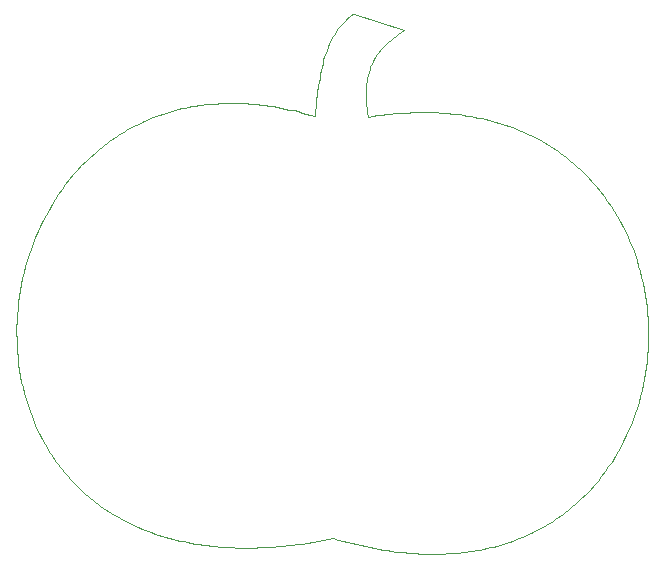
<source format=gbr>
G04 #@! TF.GenerationSoftware,KiCad,Pcbnew,(5.99.0-3978-g0efe073de)*
G04 #@! TF.CreationDate,2020-10-25T12:36:59-05:00*
G04 #@! TF.ProjectId,gtb-pumpkin,6774622d-7075-46d7-906b-696e2e6b6963,rev?*
G04 #@! TF.SameCoordinates,Original*
G04 #@! TF.FileFunction,Profile,NP*
%FSLAX46Y46*%
G04 Gerber Fmt 4.6, Leading zero omitted, Abs format (unit mm)*
G04 Created by KiCad (PCBNEW (5.99.0-3978-g0efe073de)) date 2020-10-25 12:36:59*
%MOMM*%
%LPD*%
G01*
G04 APERTURE LIST*
G04 #@! TA.AperFunction,Profile*
%ADD10C,0.100000*%
G04 #@! TD*
G04 APERTURE END LIST*
D10*
X180603689Y-97595121D02*
X180603689Y-97595121D01*
X180603689Y-97596154D02*
X180603689Y-97595121D01*
X184800333Y-98995036D02*
X180603689Y-97596154D01*
X184558492Y-99156588D02*
X184800333Y-98995036D01*
X184326078Y-99318695D02*
X184558492Y-99156588D01*
X184103096Y-99481735D02*
X184326078Y-99318695D01*
X183889550Y-99646089D02*
X184103096Y-99481735D01*
X183685444Y-99812137D02*
X183889550Y-99646089D01*
X183490783Y-99980258D02*
X183685444Y-99812137D01*
X183305572Y-100150834D02*
X183490783Y-99980258D01*
X183129815Y-100324243D02*
X183305572Y-100150834D01*
X182963517Y-100500867D02*
X183129815Y-100324243D01*
X182806682Y-100681084D02*
X182963517Y-100500867D01*
X182659315Y-100865276D02*
X182806682Y-100681084D01*
X182521420Y-101053821D02*
X182659315Y-100865276D01*
X182393002Y-101247100D02*
X182521420Y-101053821D01*
X182274065Y-101445494D02*
X182393002Y-101247100D01*
X182164615Y-101649381D02*
X182274065Y-101445494D01*
X182064654Y-101859143D02*
X182164615Y-101649381D01*
X181974189Y-102075158D02*
X182064654Y-101859143D01*
X181893223Y-102297808D02*
X181974189Y-102075158D01*
X181821761Y-102527472D02*
X181893223Y-102297808D01*
X181759808Y-102764531D02*
X181821761Y-102527472D01*
X181707368Y-103009363D02*
X181759808Y-102764531D01*
X181664446Y-103262350D02*
X181707368Y-103009363D01*
X181631045Y-103523871D02*
X181664446Y-103262350D01*
X181607172Y-103794306D02*
X181631045Y-103523871D01*
X181592830Y-104074035D02*
X181607172Y-103794306D01*
X181588023Y-104363439D02*
X181592830Y-104074035D01*
X181592757Y-104662897D02*
X181588023Y-104363439D01*
X181607036Y-104972790D02*
X181592757Y-104662897D01*
X181630864Y-105293497D02*
X181607036Y-104972790D01*
X181664246Y-105625399D02*
X181630864Y-105293497D01*
X181707187Y-105968875D02*
X181664246Y-105625399D01*
X181759691Y-106324305D02*
X181707187Y-105968875D01*
X182146858Y-106264970D02*
X181759691Y-106324305D01*
X182530784Y-106210752D02*
X182146858Y-106264970D01*
X182911470Y-106161610D02*
X182530784Y-106210752D01*
X183288918Y-106117502D02*
X182911470Y-106161610D01*
X183663130Y-106078385D02*
X183288918Y-106117502D01*
X184034105Y-106044218D02*
X183663130Y-106078385D01*
X184401847Y-106014958D02*
X184034105Y-106044218D01*
X184766356Y-105990564D02*
X184401847Y-106014958D01*
X185127633Y-105970994D02*
X184766356Y-105990564D01*
X185485681Y-105956205D02*
X185127633Y-105970994D01*
X185840499Y-105946155D02*
X185485681Y-105956205D01*
X186192090Y-105940802D02*
X185840499Y-105946155D01*
X186540455Y-105940105D02*
X186192090Y-105940802D01*
X186885596Y-105944021D02*
X186540455Y-105940105D01*
X187227513Y-105952509D02*
X186885596Y-105944021D01*
X187566208Y-105965526D02*
X187227513Y-105952509D01*
X187901683Y-105983029D02*
X187566208Y-105965526D01*
X188233938Y-106004979D02*
X187901683Y-105983029D01*
X188562976Y-106031331D02*
X188233938Y-106004979D01*
X188888797Y-106062044D02*
X188562976Y-106031331D01*
X189211403Y-106097076D02*
X188888797Y-106062044D01*
X189530795Y-106136385D02*
X189211403Y-106097076D01*
X189846974Y-106179930D02*
X189530795Y-106136385D01*
X190159943Y-106227667D02*
X189846974Y-106179930D01*
X190469702Y-106279555D02*
X190159943Y-106227667D01*
X190776252Y-106335552D02*
X190469702Y-106279555D01*
X191079595Y-106395616D02*
X190776252Y-106335552D01*
X191379733Y-106459704D02*
X191079595Y-106395616D01*
X191676667Y-106527776D02*
X191379733Y-106459704D01*
X191970397Y-106599788D02*
X191676667Y-106527776D01*
X192260926Y-106675698D02*
X191970397Y-106599788D01*
X192548255Y-106755466D02*
X192260926Y-106675698D01*
X192832384Y-106839048D02*
X192548255Y-106755466D01*
X193113317Y-106926403D02*
X192832384Y-106839048D01*
X193391053Y-107017488D02*
X193113317Y-106926403D01*
X193665594Y-107112261D02*
X193391053Y-107017488D01*
X193936942Y-107210682D02*
X193665594Y-107112261D01*
X194205098Y-107312706D02*
X193936942Y-107210682D01*
X194470063Y-107418293D02*
X194205098Y-107312706D01*
X194731839Y-107527401D02*
X194470063Y-107418293D01*
X194990426Y-107639987D02*
X194731839Y-107527401D01*
X195245827Y-107756009D02*
X194990426Y-107639987D01*
X195498043Y-107875425D02*
X195245827Y-107756009D01*
X195747075Y-107998193D02*
X195498043Y-107875425D01*
X195992924Y-108124272D02*
X195747075Y-107998193D01*
X196235592Y-108253619D02*
X195992924Y-108124272D01*
X196475080Y-108386192D02*
X196235592Y-108253619D01*
X196711390Y-108521949D02*
X196475080Y-108386192D01*
X196944522Y-108660849D02*
X196711390Y-108521949D01*
X197174479Y-108802848D02*
X196944522Y-108660849D01*
X197401261Y-108947905D02*
X197174479Y-108802848D01*
X197624870Y-109095978D02*
X197401261Y-108947905D01*
X197845307Y-109247025D02*
X197624870Y-109095978D01*
X198062574Y-109401004D02*
X197845307Y-109247025D01*
X198276672Y-109557873D02*
X198062574Y-109401004D01*
X198487603Y-109717590D02*
X198276672Y-109557873D01*
X198695367Y-109880112D02*
X198487603Y-109717590D01*
X198899966Y-110045399D02*
X198695367Y-109880112D01*
X199101401Y-110213406D02*
X198899966Y-110045399D01*
X199299675Y-110384094D02*
X199101401Y-110213406D01*
X199494787Y-110557419D02*
X199299675Y-110384094D01*
X199686740Y-110733340D02*
X199494787Y-110557419D01*
X199875535Y-110911814D02*
X199686740Y-110733340D01*
X200061173Y-111092800D02*
X199875535Y-110911814D01*
X200422984Y-111462139D02*
X200061173Y-111092800D01*
X200772184Y-111841018D02*
X200422984Y-111462139D01*
X201108784Y-112229104D02*
X200772184Y-111841018D01*
X201432795Y-112626058D02*
X201108784Y-112229104D01*
X201744228Y-113031546D02*
X201432795Y-112626058D01*
X202043093Y-113445230D02*
X201744228Y-113031546D01*
X202329402Y-113866774D02*
X202043093Y-113445230D01*
X202603165Y-114295842D02*
X202329402Y-113866774D01*
X202864393Y-114732098D02*
X202603165Y-114295842D01*
X203113097Y-115175206D02*
X202864393Y-114732098D01*
X203349288Y-115624828D02*
X203113097Y-115175206D01*
X203572977Y-116080630D02*
X203349288Y-115624828D01*
X203784174Y-116542274D02*
X203572977Y-116080630D01*
X203982891Y-117009424D02*
X203784174Y-116542274D01*
X204169138Y-117481745D02*
X203982891Y-117009424D01*
X204342926Y-117958899D02*
X204169138Y-117481745D01*
X204504266Y-118440551D02*
X204342926Y-117958899D01*
X204653169Y-118926364D02*
X204504266Y-118440551D01*
X204789645Y-119416001D02*
X204653169Y-118926364D01*
X204913707Y-119909128D02*
X204789645Y-119416001D01*
X205025363Y-120405407D02*
X204913707Y-119909128D01*
X205124626Y-120904502D02*
X205025363Y-120405407D01*
X205211507Y-121406076D02*
X205124626Y-120904502D01*
X205286015Y-121909794D02*
X205211507Y-121406076D01*
X205348162Y-122415320D02*
X205286015Y-121909794D01*
X205397959Y-122922316D02*
X205348162Y-122415320D01*
X205435416Y-123430447D02*
X205397959Y-122922316D01*
X205460545Y-123939377D02*
X205435416Y-123430447D01*
X205473356Y-124448768D02*
X205460545Y-123939377D01*
X205473861Y-124958286D02*
X205473356Y-124448768D01*
X205462069Y-125467592D02*
X205473861Y-124958286D01*
X205437993Y-125976353D02*
X205462069Y-125467592D01*
X205401642Y-126484230D02*
X205437993Y-125976353D01*
X205353028Y-126990888D02*
X205401642Y-126484230D01*
X205292161Y-127495990D02*
X205353028Y-126990888D01*
X205219052Y-127999200D02*
X205292161Y-127495990D01*
X205133713Y-128500182D02*
X205219052Y-127999200D01*
X205036154Y-128998600D02*
X205133713Y-128500182D01*
X204926386Y-129494117D02*
X205036154Y-128998600D01*
X204804419Y-129986397D02*
X204926386Y-129494117D01*
X204670265Y-130475104D02*
X204804419Y-129986397D01*
X204523935Y-130959901D02*
X204670265Y-130475104D01*
X204365439Y-131440453D02*
X204523935Y-130959901D01*
X204194788Y-131916422D02*
X204365439Y-131440453D01*
X204011993Y-132387473D02*
X204194788Y-131916422D01*
X203817066Y-132853269D02*
X204011993Y-132387473D01*
X203610016Y-133313474D02*
X203817066Y-132853269D01*
X203390854Y-133767752D02*
X203610016Y-133313474D01*
X203159592Y-134215766D02*
X203390854Y-133767752D01*
X202916241Y-134657181D02*
X203159592Y-134215766D01*
X202660811Y-135091660D02*
X202916241Y-134657181D01*
X202393312Y-135518866D02*
X202660811Y-135091660D01*
X202113757Y-135938463D02*
X202393312Y-135518866D01*
X201822156Y-136350116D02*
X202113757Y-135938463D01*
X201518519Y-136753487D02*
X201822156Y-136350116D01*
X201202858Y-137148241D02*
X201518519Y-136753487D01*
X200875183Y-137534041D02*
X201202858Y-137148241D01*
X200535505Y-137910551D02*
X200875183Y-137534041D01*
X200183836Y-138277435D02*
X200535505Y-137910551D01*
X199820185Y-138634356D02*
X200183836Y-138277435D01*
X199444565Y-138980978D02*
X199820185Y-138634356D01*
X199252269Y-139150322D02*
X199444565Y-138980978D01*
X199056985Y-139316965D02*
X199252269Y-139150322D01*
X198858713Y-139480865D02*
X199056985Y-139316965D01*
X198657456Y-139641980D02*
X198858713Y-139480865D01*
X198453215Y-139800269D02*
X198657456Y-139641980D01*
X198245990Y-139955688D02*
X198453215Y-139800269D01*
X198035784Y-140108196D02*
X198245990Y-139955688D01*
X197822597Y-140257752D02*
X198035784Y-140108196D01*
X197606432Y-140404312D02*
X197822597Y-140257752D01*
X197387289Y-140547835D02*
X197606432Y-140404312D01*
X197165169Y-140688279D02*
X197387289Y-140547835D01*
X196940075Y-140825602D02*
X197165169Y-140688279D01*
X196712007Y-140959761D02*
X196940075Y-140825602D01*
X196480967Y-141090716D02*
X196712007Y-140959761D01*
X196246956Y-141218423D02*
X196480967Y-141090716D01*
X196009976Y-141342840D02*
X196246956Y-141218423D01*
X195770027Y-141463927D02*
X196009976Y-141342840D01*
X195527112Y-141581640D02*
X195770027Y-141463927D01*
X195281232Y-141695937D02*
X195527112Y-141581640D01*
X195032387Y-141806777D02*
X195281232Y-141695937D01*
X194780580Y-141914118D02*
X195032387Y-141806777D01*
X194525811Y-142017917D02*
X194780580Y-141914118D01*
X194268083Y-142118132D02*
X194525811Y-142017917D01*
X194007395Y-142214722D02*
X194268083Y-142118132D01*
X193743751Y-142307644D02*
X194007395Y-142214722D01*
X193477151Y-142396857D02*
X193743751Y-142307644D01*
X193207596Y-142482317D02*
X193477151Y-142396857D01*
X192935088Y-142563984D02*
X193207596Y-142482317D01*
X192659628Y-142641816D02*
X192935088Y-142563984D01*
X192381217Y-142715769D02*
X192659628Y-142641816D01*
X192099858Y-142785803D02*
X192381217Y-142715769D01*
X191815551Y-142851874D02*
X192099858Y-142785803D01*
X191528297Y-142913942D02*
X191815551Y-142851874D01*
X191238098Y-142971964D02*
X191528297Y-142913942D01*
X190944956Y-143025898D02*
X191238098Y-142971964D01*
X190648871Y-143075702D02*
X190944956Y-143025898D01*
X190349846Y-143121333D02*
X190648871Y-143075702D01*
X190047881Y-143162751D02*
X190349846Y-143121333D01*
X189742977Y-143199912D02*
X190047881Y-143162751D01*
X189435137Y-143232776D02*
X189742977Y-143199912D01*
X189124361Y-143261299D02*
X189435137Y-143232776D01*
X188810651Y-143285440D02*
X189124361Y-143261299D01*
X188494008Y-143305156D02*
X188810651Y-143285440D01*
X188174434Y-143320407D02*
X188494008Y-143305156D01*
X187851929Y-143331149D02*
X188174434Y-143320407D01*
X187526496Y-143337340D02*
X187851929Y-143331149D01*
X187198136Y-143338939D02*
X187526496Y-143337340D01*
X186866849Y-143335904D02*
X187198136Y-143338939D01*
X186532638Y-143328192D02*
X186866849Y-143335904D01*
X186195503Y-143315762D02*
X186532638Y-143328192D01*
X185855447Y-143298571D02*
X186195503Y-143315762D01*
X185512470Y-143276578D02*
X185855447Y-143298571D01*
X185166573Y-143249740D02*
X185512470Y-143276578D01*
X184817759Y-143218015D02*
X185166573Y-143249740D01*
X184466028Y-143181361D02*
X184817759Y-143218015D01*
X184111382Y-143139737D02*
X184466028Y-143181361D01*
X183753822Y-143093100D02*
X184111382Y-143139737D01*
X183393350Y-143041409D02*
X183753822Y-143093100D01*
X183029967Y-142984620D02*
X183393350Y-143041409D01*
X182663674Y-142922692D02*
X183029967Y-142984620D01*
X182294472Y-142855584D02*
X182663674Y-142922692D01*
X181922364Y-142783253D02*
X182294472Y-142855584D01*
X181547350Y-142705656D02*
X181922364Y-142783253D01*
X181169431Y-142622753D02*
X181547350Y-142705656D01*
X180788610Y-142534501D02*
X181169431Y-142622753D01*
X180404887Y-142440857D02*
X180788610Y-142534501D01*
X180018263Y-142341781D02*
X180404887Y-142440857D01*
X179628741Y-142237229D02*
X180018263Y-142341781D01*
X179236322Y-142127160D02*
X179628741Y-142237229D01*
X178841006Y-142011532D02*
X179236322Y-142127160D01*
X178393246Y-142100883D02*
X178841006Y-142011532D01*
X177949522Y-142184716D02*
X178393246Y-142100883D01*
X177509826Y-142263073D02*
X177949522Y-142184716D01*
X177074154Y-142335999D02*
X177509826Y-142263073D01*
X176642496Y-142403538D02*
X177074154Y-142335999D01*
X176214848Y-142465734D02*
X176642496Y-142403538D01*
X175791201Y-142522631D02*
X176214848Y-142465734D01*
X175371549Y-142574273D02*
X175791201Y-142522631D01*
X174955886Y-142620704D02*
X175371549Y-142574273D01*
X174544205Y-142661967D02*
X174955886Y-142620704D01*
X174136499Y-142698107D02*
X174544205Y-142661967D01*
X173732761Y-142729168D02*
X174136499Y-142698107D01*
X173332984Y-142755194D02*
X173732761Y-142729168D01*
X172937162Y-142776228D02*
X173332984Y-142755194D01*
X172545287Y-142792315D02*
X172937162Y-142776228D01*
X172157354Y-142803499D02*
X172545287Y-142792315D01*
X171773355Y-142809823D02*
X172157354Y-142803499D01*
X171393284Y-142811332D02*
X171773355Y-142809823D01*
X171017134Y-142808070D02*
X171393284Y-142811332D01*
X170644897Y-142800080D02*
X171017134Y-142808070D01*
X170276568Y-142787406D02*
X170644897Y-142800080D01*
X169912140Y-142770093D02*
X170276568Y-142787406D01*
X169551605Y-142748185D02*
X169912140Y-142770093D01*
X169194957Y-142721725D02*
X169551605Y-142748185D01*
X168842190Y-142690757D02*
X169194957Y-142721725D01*
X168493296Y-142655326D02*
X168842190Y-142690757D01*
X168148268Y-142615475D02*
X168493296Y-142655326D01*
X167807101Y-142571249D02*
X168148268Y-142615475D01*
X167469787Y-142522691D02*
X167807101Y-142571249D01*
X167136319Y-142469845D02*
X167469787Y-142522691D01*
X166806691Y-142412756D02*
X167136319Y-142469845D01*
X166480896Y-142351467D02*
X166806691Y-142412756D01*
X166158927Y-142286022D02*
X166480896Y-142351467D01*
X165840777Y-142216465D02*
X166158927Y-142286022D01*
X165526440Y-142142840D02*
X165840777Y-142216465D01*
X165215909Y-142065192D02*
X165526440Y-142142840D01*
X164909177Y-141983563D02*
X165215909Y-142065192D01*
X164606237Y-141897999D02*
X164909177Y-141983563D01*
X164307083Y-141808543D02*
X164606237Y-141897999D01*
X164011707Y-141715239D02*
X164307083Y-141808543D01*
X163720104Y-141618131D02*
X164011707Y-141715239D01*
X163432266Y-141517263D02*
X163720104Y-141618131D01*
X163148186Y-141412679D02*
X163432266Y-141517263D01*
X162867858Y-141304423D02*
X163148186Y-141412679D01*
X162591275Y-141192539D02*
X162867858Y-141304423D01*
X162318431Y-141077071D02*
X162591275Y-141192539D01*
X162049317Y-140958062D02*
X162318431Y-141077071D01*
X161783929Y-140835558D02*
X162049317Y-140958062D01*
X161522258Y-140709601D02*
X161783929Y-140835558D01*
X161264299Y-140580237D02*
X161522258Y-140709601D01*
X161010044Y-140447508D02*
X161264299Y-140580237D01*
X160759486Y-140311459D02*
X161010044Y-140447508D01*
X160512619Y-140172133D02*
X160759486Y-140311459D01*
X160269437Y-140029575D02*
X160512619Y-140172133D01*
X160029932Y-139883829D02*
X160269437Y-140029575D01*
X159794097Y-139734939D02*
X160029932Y-139883829D01*
X159561927Y-139582948D02*
X159794097Y-139734939D01*
X159333413Y-139427901D02*
X159561927Y-139582948D01*
X159108550Y-139269841D02*
X159333413Y-139427901D01*
X158887330Y-139108813D02*
X159108550Y-139269841D01*
X158669747Y-138944861D02*
X158887330Y-139108813D01*
X158455793Y-138778028D02*
X158669747Y-138944861D01*
X158245464Y-138608359D02*
X158455793Y-138778028D01*
X158038750Y-138435897D02*
X158245464Y-138608359D01*
X157835647Y-138260686D02*
X158038750Y-138435897D01*
X157636146Y-138082771D02*
X157835647Y-138260686D01*
X157440241Y-137902196D02*
X157636146Y-138082771D01*
X157247926Y-137719003D02*
X157440241Y-137902196D01*
X157059194Y-137533238D02*
X157247926Y-137719003D01*
X156874037Y-137344945D02*
X157059194Y-137533238D01*
X156692450Y-137154166D02*
X156874037Y-137344945D01*
X156514425Y-136960947D02*
X156692450Y-137154166D01*
X156339955Y-136765332D02*
X156514425Y-136960947D01*
X156169035Y-136567363D02*
X156339955Y-136765332D01*
X156001656Y-136367086D02*
X156169035Y-136567363D01*
X155837813Y-136164544D02*
X156001656Y-136367086D01*
X155677498Y-135959780D02*
X155837813Y-136164544D01*
X155520705Y-135752841D02*
X155677498Y-135959780D01*
X155367428Y-135543768D02*
X155520705Y-135752841D01*
X155217658Y-135332606D02*
X155367428Y-135543768D01*
X155071390Y-135119399D02*
X155217658Y-135332606D01*
X154928617Y-134904192D02*
X155071390Y-135119399D01*
X154789331Y-134687027D02*
X154928617Y-134904192D01*
X154653527Y-134467949D02*
X154789331Y-134687027D01*
X154392335Y-134024231D02*
X154653527Y-134467949D01*
X154144987Y-133573388D02*
X154392335Y-134024231D01*
X153911429Y-133115773D02*
X154144987Y-133573388D01*
X153691606Y-132651737D02*
X153911429Y-133115773D01*
X153485464Y-132181631D02*
X153691606Y-132651737D01*
X153292950Y-131705809D02*
X153485464Y-132181631D01*
X153114009Y-131224621D02*
X153292950Y-131705809D01*
X152948586Y-130738420D02*
X153114009Y-131224621D01*
X152796629Y-130247557D02*
X152948586Y-130738420D01*
X152658083Y-129752384D02*
X152796629Y-130247557D01*
X152532893Y-129253253D02*
X152658083Y-129752384D01*
X152421006Y-128750516D02*
X152532893Y-129253253D01*
X152322367Y-128244524D02*
X152421006Y-128750516D01*
X152236923Y-127735629D02*
X152322367Y-128244524D01*
X152164619Y-127224183D02*
X152236923Y-127735629D01*
X152105402Y-126710539D02*
X152164619Y-127224183D01*
X152059216Y-126195046D02*
X152105402Y-126710539D01*
X152026009Y-125678059D02*
X152059216Y-126195046D01*
X152005725Y-125159928D02*
X152026009Y-125678059D01*
X151998311Y-124641004D02*
X152005725Y-125159928D01*
X152003713Y-124121641D02*
X151998311Y-124641004D01*
X152021876Y-123602189D02*
X152003713Y-124121641D01*
X152052747Y-123083001D02*
X152021876Y-123602189D01*
X152096271Y-122564428D02*
X152052747Y-123083001D01*
X152152394Y-122046822D02*
X152096271Y-122564428D01*
X152221063Y-121530535D02*
X152152394Y-122046822D01*
X152302222Y-121015919D02*
X152221063Y-121530535D01*
X152395819Y-120503326D02*
X152302222Y-121015919D01*
X152501798Y-119993106D02*
X152395819Y-120503326D01*
X152620106Y-119485613D02*
X152501798Y-119993106D01*
X152750688Y-118981198D02*
X152620106Y-119485613D01*
X152893491Y-118480212D02*
X152750688Y-118981198D01*
X153048461Y-117983008D02*
X152893491Y-118480212D01*
X153215542Y-117489937D02*
X153048461Y-117983008D01*
X153394682Y-117001351D02*
X153215542Y-117489937D01*
X153585826Y-116517603D02*
X153394682Y-117001351D01*
X153788920Y-116039043D02*
X153585826Y-116517603D01*
X154003910Y-115566023D02*
X153788920Y-116039043D01*
X154230742Y-115098896D02*
X154003910Y-115566023D01*
X154469361Y-114638013D02*
X154230742Y-115098896D01*
X154719714Y-114183726D02*
X154469361Y-114638013D01*
X154981746Y-113736387D02*
X154719714Y-114183726D01*
X155255403Y-113296347D02*
X154981746Y-113736387D01*
X155540632Y-112863959D02*
X155255403Y-113296347D01*
X155837378Y-112439574D02*
X155540632Y-112863959D01*
X156145587Y-112023544D02*
X155837378Y-112439574D01*
X156465204Y-111616220D02*
X156145587Y-112023544D01*
X156796177Y-111217956D02*
X156465204Y-111616220D01*
X157138450Y-110829101D02*
X156796177Y-111217956D01*
X157491970Y-110450009D02*
X157138450Y-110829101D01*
X157856682Y-110081031D02*
X157491970Y-110450009D01*
X158232533Y-109722518D02*
X157856682Y-110081031D01*
X158619468Y-109374823D02*
X158232533Y-109722518D01*
X159017433Y-109038298D02*
X158619468Y-109374823D01*
X159220535Y-108874333D02*
X159017433Y-109038298D01*
X159426374Y-108713293D02*
X159220535Y-108874333D01*
X159634944Y-108555222D02*
X159426374Y-108713293D01*
X159846237Y-108400162D02*
X159634944Y-108555222D01*
X160060248Y-108248159D02*
X159846237Y-108400162D01*
X160276968Y-108099255D02*
X160060248Y-108248159D01*
X160496392Y-107953496D02*
X160276968Y-108099255D01*
X160718513Y-107810925D02*
X160496392Y-107953496D01*
X160943324Y-107671587D02*
X160718513Y-107810925D01*
X161170817Y-107535524D02*
X160943324Y-107671587D01*
X161400988Y-107402781D02*
X161170817Y-107535524D01*
X161633827Y-107273403D02*
X161400988Y-107402781D01*
X161869330Y-107147432D02*
X161633827Y-107273403D01*
X162107489Y-107024913D02*
X161869330Y-107147432D01*
X162348297Y-106905891D02*
X162107489Y-107024913D01*
X162591747Y-106790408D02*
X162348297Y-106905891D01*
X162837834Y-106678509D02*
X162591747Y-106790408D01*
X163086549Y-106570238D02*
X162837834Y-106678509D01*
X163337887Y-106465639D02*
X163086549Y-106570238D01*
X163591840Y-106364756D02*
X163337887Y-106465639D01*
X163848402Y-106267632D02*
X163591840Y-106364756D01*
X164107566Y-106174312D02*
X163848402Y-106267632D01*
X164369325Y-106084840D02*
X164107566Y-106174312D01*
X164633673Y-105999260D02*
X164369325Y-106084840D01*
X164900602Y-105917616D02*
X164633673Y-105999260D01*
X165170106Y-105839951D02*
X164900602Y-105917616D01*
X165442179Y-105766310D02*
X165170106Y-105839951D01*
X165716812Y-105696736D02*
X165442179Y-105766310D01*
X165994001Y-105631274D02*
X165716812Y-105696736D01*
X166273737Y-105569968D02*
X165994001Y-105631274D01*
X166556015Y-105512861D02*
X166273737Y-105569968D01*
X166840826Y-105459998D02*
X166556015Y-105512861D01*
X167128166Y-105411422D02*
X166840826Y-105459998D01*
X167418026Y-105367178D02*
X167128166Y-105411422D01*
X167710400Y-105327309D02*
X167418026Y-105367178D01*
X168005282Y-105291860D02*
X167710400Y-105327309D01*
X168302664Y-105260874D02*
X168005282Y-105291860D01*
X168602540Y-105234395D02*
X168302664Y-105260874D01*
X168904903Y-105212468D02*
X168602540Y-105234395D01*
X169209746Y-105195136D02*
X168904903Y-105212468D01*
X169517063Y-105182444D02*
X169209746Y-105195136D01*
X169826846Y-105174435D02*
X169517063Y-105182444D01*
X170139089Y-105171153D02*
X169826846Y-105174435D01*
X170453786Y-105172642D02*
X170139089Y-105171153D01*
X170770929Y-105178947D02*
X170453786Y-105172642D01*
X171090511Y-105190110D02*
X170770929Y-105178947D01*
X171412527Y-105206177D02*
X171090511Y-105190110D01*
X171736969Y-105227191D02*
X171412527Y-105206177D01*
X172063830Y-105253196D02*
X171736969Y-105227191D01*
X172393103Y-105284236D02*
X172063830Y-105253196D01*
X172724783Y-105320356D02*
X172393103Y-105284236D01*
X173058861Y-105361598D02*
X172724783Y-105320356D01*
X173395332Y-105408007D02*
X173058861Y-105361598D01*
X173734189Y-105459628D02*
X173395332Y-105408007D01*
X174075424Y-105516503D02*
X173734189Y-105459628D01*
X174419031Y-105578677D02*
X174075424Y-105516503D01*
X174765004Y-105646195D02*
X174419031Y-105578677D01*
X175113335Y-105719099D02*
X174765004Y-105646195D01*
X175464018Y-105797434D02*
X175113335Y-105719099D01*
X175817046Y-105881243D02*
X175464018Y-105797434D01*
X176172412Y-105970572D02*
X175817046Y-105881243D01*
X176530109Y-106065463D02*
X176172412Y-105970572D01*
X176890131Y-106165962D02*
X176530109Y-106065463D01*
X177252471Y-106272111D02*
X176890131Y-106165962D01*
X177397523Y-104959250D02*
X177252471Y-106272111D01*
X177476715Y-104308377D02*
X177397523Y-104959250D01*
X177565003Y-103665085D02*
X177476715Y-104308377D01*
X177613648Y-103347190D02*
X177565003Y-103665085D01*
X177665874Y-103032281D02*
X177613648Y-103347190D01*
X177722119Y-102720720D02*
X177665874Y-103032281D01*
X177782818Y-102412872D02*
X177722119Y-102720720D01*
X177848407Y-102109100D02*
X177782818Y-102412872D01*
X177919323Y-101809766D02*
X177848407Y-102109100D01*
X177996001Y-101515235D02*
X177919323Y-101809766D01*
X178078877Y-101225870D02*
X177996001Y-101515235D01*
X178168387Y-100942035D02*
X178078877Y-101225870D01*
X178264968Y-100664092D02*
X178168387Y-100942035D01*
X178369056Y-100392404D02*
X178264968Y-100664092D01*
X178481086Y-100127337D02*
X178369056Y-100392404D01*
X178601494Y-99869252D02*
X178481086Y-100127337D01*
X178730718Y-99618514D02*
X178601494Y-99869252D01*
X178869192Y-99375485D02*
X178730718Y-99618514D01*
X179017353Y-99140529D02*
X178869192Y-99375485D01*
X179175636Y-98914010D02*
X179017353Y-99140529D01*
X179344479Y-98696290D02*
X179175636Y-98914010D01*
X179524316Y-98487734D02*
X179344479Y-98696290D01*
X179715585Y-98288705D02*
X179524316Y-98487734D01*
X179918720Y-98099565D02*
X179715585Y-98288705D01*
X180024874Y-98008818D02*
X179918720Y-98099565D01*
X180134158Y-97920679D02*
X180024874Y-98008818D01*
X180246628Y-97835195D02*
X180134158Y-97920679D01*
X180362336Y-97752410D02*
X180246628Y-97835195D01*
X180481338Y-97672370D02*
X180362336Y-97752410D01*
X180603689Y-97595121D02*
X180481338Y-97672370D01*
M02*

</source>
